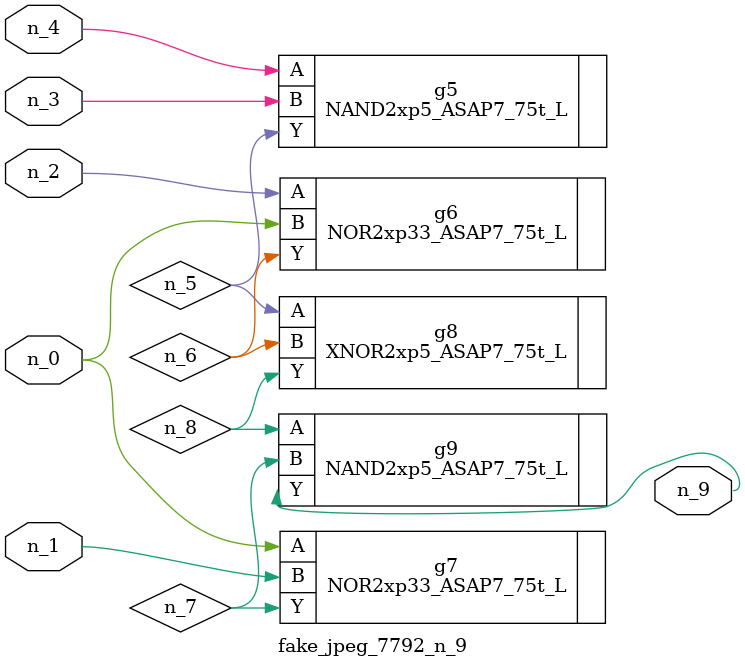
<source format=v>
module fake_jpeg_7792_n_9 (n_3, n_2, n_1, n_0, n_4, n_9);

input n_3;
input n_2;
input n_1;
input n_0;
input n_4;

output n_9;

wire n_8;
wire n_6;
wire n_5;
wire n_7;

NAND2xp5_ASAP7_75t_L g5 ( 
.A(n_4),
.B(n_3),
.Y(n_5)
);

NOR2xp33_ASAP7_75t_L g6 ( 
.A(n_2),
.B(n_0),
.Y(n_6)
);

NOR2xp33_ASAP7_75t_L g7 ( 
.A(n_0),
.B(n_1),
.Y(n_7)
);

XNOR2xp5_ASAP7_75t_L g8 ( 
.A(n_5),
.B(n_6),
.Y(n_8)
);

NAND2xp5_ASAP7_75t_L g9 ( 
.A(n_8),
.B(n_7),
.Y(n_9)
);


endmodule
</source>
